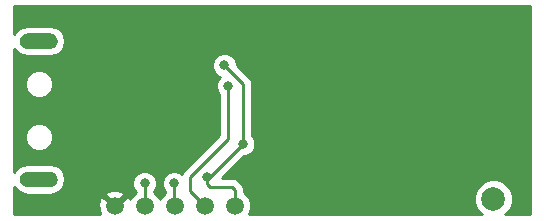
<source format=gbr>
G04 #@! TF.GenerationSoftware,KiCad,Pcbnew,(6.0.0-rc1-dev-479-g831c9b6f6-dirty)*
G04 #@! TF.CreationDate,2018-09-12T23:56:38+02:00*
G04 #@! TF.ProjectId,RapTorS,526170546F72532E6B696361645F7063,rev?*
G04 #@! TF.SameCoordinates,Original*
G04 #@! TF.FileFunction,Copper,L2,Bot,Signal*
G04 #@! TF.FilePolarity,Positive*
%FSLAX46Y46*%
G04 Gerber Fmt 4.6, Leading zero omitted, Abs format (unit mm)*
G04 Created by KiCad (PCBNEW (6.0.0-rc1-dev-479-g831c9b6f6-dirty)) date 2018 September 12, Wednesday 23:56:38*
%MOMM*%
%LPD*%
G01*
G04 APERTURE LIST*
G04 #@! TA.AperFunction,BGAPad,CuDef*
%ADD10C,1.500000*%
G04 #@! TD*
G04 #@! TA.AperFunction,ComponentPad*
%ADD11C,2.000000*%
G04 #@! TD*
G04 #@! TA.AperFunction,Conductor*
%ADD12C,0.100000*%
G04 #@! TD*
G04 #@! TA.AperFunction,ComponentPad*
%ADD13C,1.300000*%
G04 #@! TD*
G04 #@! TA.AperFunction,ViaPad*
%ADD14C,0.800000*%
G04 #@! TD*
G04 #@! TA.AperFunction,Conductor*
%ADD15C,0.250000*%
G04 #@! TD*
G04 #@! TA.AperFunction,Conductor*
%ADD16C,0.254000*%
G04 #@! TD*
G04 APERTURE END LIST*
D10*
G04 #@! TO.P,J6,1*
G04 #@! TO.N,SWCLK*
X150489200Y-108771400D03*
G04 #@! TD*
G04 #@! TO.P,J5,1*
G04 #@! TO.N,SWDIO*
X153029200Y-108771400D03*
G04 #@! TD*
G04 #@! TO.P,J4,1*
G04 #@! TO.N,GND*
X147949200Y-108771400D03*
G04 #@! TD*
G04 #@! TO.P,J3,1*
G04 #@! TO.N,+3V3*
X158109200Y-108771400D03*
G04 #@! TD*
G04 #@! TO.P,J2,1*
G04 #@! TO.N,~RESET*
X155569200Y-108771400D03*
G04 #@! TD*
D11*
G04 #@! TO.P,ANT1,1*
G04 #@! TO.N,Net-(ANT1-Pad1)*
X180009800Y-108153200D03*
G04 #@! TD*
D12*
G04 #@! TO.N,Net-(J1-Pad5)*
G04 #@! TO.C,J1*
G36*
X142523911Y-105863729D02*
X142587009Y-105873089D01*
X142648885Y-105888588D01*
X142708944Y-105910077D01*
X142766608Y-105937350D01*
X142821321Y-105970144D01*
X142872556Y-106008142D01*
X142919819Y-106050980D01*
X142962657Y-106098243D01*
X143000655Y-106149478D01*
X143033449Y-106204191D01*
X143060722Y-106261855D01*
X143082211Y-106321914D01*
X143097710Y-106383790D01*
X143107070Y-106446888D01*
X143110200Y-106510599D01*
X143110200Y-106510601D01*
X143107070Y-106574312D01*
X143097710Y-106637410D01*
X143082211Y-106699286D01*
X143060722Y-106759345D01*
X143033449Y-106817009D01*
X143000655Y-106871722D01*
X142962657Y-106922957D01*
X142919819Y-106970220D01*
X142872556Y-107013058D01*
X142821321Y-107051056D01*
X142766608Y-107083850D01*
X142708944Y-107111123D01*
X142648885Y-107132612D01*
X142587009Y-107148111D01*
X142523911Y-107157471D01*
X142460200Y-107160601D01*
X140560200Y-107160601D01*
X140496489Y-107157471D01*
X140433391Y-107148111D01*
X140371515Y-107132612D01*
X140311456Y-107111123D01*
X140253792Y-107083850D01*
X140199079Y-107051056D01*
X140147844Y-107013058D01*
X140100581Y-106970220D01*
X140057743Y-106922957D01*
X140019745Y-106871722D01*
X139986951Y-106817009D01*
X139959678Y-106759345D01*
X139938189Y-106699286D01*
X139922690Y-106637410D01*
X139913330Y-106574312D01*
X139910200Y-106510601D01*
X139910200Y-106510599D01*
X139913330Y-106446888D01*
X139922690Y-106383790D01*
X139938189Y-106321914D01*
X139959678Y-106261855D01*
X139986951Y-106204191D01*
X140019745Y-106149478D01*
X140057743Y-106098243D01*
X140100581Y-106050980D01*
X140147844Y-106008142D01*
X140199079Y-105970144D01*
X140253792Y-105937350D01*
X140311456Y-105910077D01*
X140371515Y-105888588D01*
X140433391Y-105873089D01*
X140496489Y-105863729D01*
X140560200Y-105860599D01*
X142460200Y-105860599D01*
X142523911Y-105863729D01*
X142523911Y-105863729D01*
G37*
D13*
G04 #@! TD*
G04 #@! TO.P,J1,5*
G04 #@! TO.N,Net-(J1-Pad5)*
X141510200Y-106510600D03*
D12*
G04 #@! TO.N,Net-(J1-Pad5)*
G04 #@! TO.C,J1*
G36*
X142523911Y-94163729D02*
X142587009Y-94173089D01*
X142648885Y-94188588D01*
X142708944Y-94210077D01*
X142766608Y-94237350D01*
X142821321Y-94270144D01*
X142872556Y-94308142D01*
X142919819Y-94350980D01*
X142962657Y-94398243D01*
X143000655Y-94449478D01*
X143033449Y-94504191D01*
X143060722Y-94561855D01*
X143082211Y-94621914D01*
X143097710Y-94683790D01*
X143107070Y-94746888D01*
X143110200Y-94810599D01*
X143110200Y-94810601D01*
X143107070Y-94874312D01*
X143097710Y-94937410D01*
X143082211Y-94999286D01*
X143060722Y-95059345D01*
X143033449Y-95117009D01*
X143000655Y-95171722D01*
X142962657Y-95222957D01*
X142919819Y-95270220D01*
X142872556Y-95313058D01*
X142821321Y-95351056D01*
X142766608Y-95383850D01*
X142708944Y-95411123D01*
X142648885Y-95432612D01*
X142587009Y-95448111D01*
X142523911Y-95457471D01*
X142460200Y-95460601D01*
X140560200Y-95460601D01*
X140496489Y-95457471D01*
X140433391Y-95448111D01*
X140371515Y-95432612D01*
X140311456Y-95411123D01*
X140253792Y-95383850D01*
X140199079Y-95351056D01*
X140147844Y-95313058D01*
X140100581Y-95270220D01*
X140057743Y-95222957D01*
X140019745Y-95171722D01*
X139986951Y-95117009D01*
X139959678Y-95059345D01*
X139938189Y-94999286D01*
X139922690Y-94937410D01*
X139913330Y-94874312D01*
X139910200Y-94810601D01*
X139910200Y-94810599D01*
X139913330Y-94746888D01*
X139922690Y-94683790D01*
X139938189Y-94621914D01*
X139959678Y-94561855D01*
X139986951Y-94504191D01*
X140019745Y-94449478D01*
X140057743Y-94398243D01*
X140100581Y-94350980D01*
X140147844Y-94308142D01*
X140199079Y-94270144D01*
X140253792Y-94237350D01*
X140311456Y-94210077D01*
X140371515Y-94188588D01*
X140433391Y-94173089D01*
X140496489Y-94163729D01*
X140560200Y-94160599D01*
X142460200Y-94160599D01*
X142523911Y-94163729D01*
X142523911Y-94163729D01*
G37*
D13*
G04 #@! TD*
G04 #@! TO.P,J1,5*
G04 #@! TO.N,Net-(J1-Pad5)*
X141510200Y-94810600D03*
D14*
G04 #@! TO.N,+3V3*
X158826200Y-103505000D03*
X155778200Y-106349800D03*
X157226000Y-96850200D03*
G04 #@! TO.N,GND*
X154482800Y-100457000D03*
X154533600Y-101727000D03*
X153289000Y-101701600D03*
X153289000Y-100482400D03*
X160959800Y-101244400D03*
X146913600Y-101015800D03*
X147929600Y-97129600D03*
X149402800Y-92557600D03*
X147624800Y-92659200D03*
X150215600Y-96037400D03*
X157810200Y-95453200D03*
X165100000Y-104216200D03*
X179730400Y-96977200D03*
X179755800Y-100076000D03*
X182422800Y-103759000D03*
X182346600Y-106730800D03*
X177012600Y-108432600D03*
X172389800Y-108559600D03*
X167792400Y-108559600D03*
X163296600Y-108610400D03*
X144703800Y-108508800D03*
X147878800Y-106172000D03*
X163093400Y-92887800D03*
X170611800Y-92887800D03*
X179908200Y-92811600D03*
X170611800Y-97790000D03*
X170611800Y-104165400D03*
X143916400Y-92710000D03*
G04 #@! TO.N,~RESET*
X157556200Y-98577400D03*
G04 #@! TO.N,SWCLK*
X150469600Y-106857800D03*
G04 #@! TO.N,SWDIO*
X152958800Y-106857800D03*
G04 #@! TD*
D15*
G04 #@! TO.N,+3V3*
X158826200Y-98755200D02*
X158826200Y-103505000D01*
X155981400Y-106349800D02*
X155778200Y-106349800D01*
X158826200Y-103505000D02*
X155981400Y-106349800D01*
X158109200Y-107391200D02*
X158109200Y-108771400D01*
X157855200Y-107137200D02*
X158109200Y-107391200D01*
X155999915Y-107137200D02*
X157855200Y-107137200D01*
X155778200Y-106915485D02*
X155999915Y-107137200D01*
X155778200Y-106349800D02*
X155778200Y-106915485D01*
X158826200Y-98450400D02*
X158826200Y-98755200D01*
X157226000Y-96850200D02*
X158826200Y-98450400D01*
G04 #@! TO.N,~RESET*
X154330400Y-106299000D02*
X154330400Y-107532600D01*
X154330400Y-107532600D02*
X155569200Y-108771400D01*
X157556200Y-103073200D02*
X154330400Y-106299000D01*
X157556200Y-98577400D02*
X157556200Y-103073200D01*
G04 #@! TO.N,SWCLK*
X150469600Y-108751800D02*
X150489200Y-108771400D01*
X150469600Y-106857800D02*
X150469600Y-108751800D01*
G04 #@! TO.N,SWDIO*
X152679400Y-108421600D02*
X153029200Y-108771400D01*
X152958800Y-108701000D02*
X153029200Y-108771400D01*
X152958800Y-106857800D02*
X152958800Y-108701000D01*
G04 #@! TD*
D16*
G04 #@! TO.N,GND*
G36*
X183065201Y-109465600D02*
X181009639Y-109465600D01*
X181395886Y-109079353D01*
X181644800Y-108478422D01*
X181644800Y-107827978D01*
X181395886Y-107227047D01*
X180935953Y-106767114D01*
X180335022Y-106518200D01*
X179684578Y-106518200D01*
X179083647Y-106767114D01*
X178623714Y-107227047D01*
X178374800Y-107827978D01*
X178374800Y-108478422D01*
X178623714Y-109079353D01*
X179009961Y-109465600D01*
X159320767Y-109465600D01*
X159494200Y-109046894D01*
X159494200Y-108495906D01*
X159283347Y-107986860D01*
X158893740Y-107597253D01*
X158869200Y-107587088D01*
X158869200Y-107466046D01*
X158884088Y-107391199D01*
X158869200Y-107316352D01*
X158869200Y-107316348D01*
X158825104Y-107094663D01*
X158657129Y-106843271D01*
X158593670Y-106800869D01*
X158445531Y-106652730D01*
X158403129Y-106589271D01*
X158151737Y-106421296D01*
X157930052Y-106377200D01*
X157930047Y-106377200D01*
X157855200Y-106362312D01*
X157780353Y-106377200D01*
X157028801Y-106377200D01*
X158866002Y-104540000D01*
X159032074Y-104540000D01*
X159412480Y-104382431D01*
X159703631Y-104091280D01*
X159861200Y-103710874D01*
X159861200Y-103299126D01*
X159703631Y-102918720D01*
X159586200Y-102801289D01*
X159586200Y-98525248D01*
X159601088Y-98450400D01*
X159586200Y-98375552D01*
X159586200Y-98375548D01*
X159542104Y-98153863D01*
X159374129Y-97902471D01*
X159310673Y-97860071D01*
X158261000Y-96810399D01*
X158261000Y-96644326D01*
X158103431Y-96263920D01*
X157812280Y-95972769D01*
X157431874Y-95815200D01*
X157020126Y-95815200D01*
X156639720Y-95972769D01*
X156348569Y-96263920D01*
X156191000Y-96644326D01*
X156191000Y-97056074D01*
X156348569Y-97436480D01*
X156639720Y-97727631D01*
X156853647Y-97816242D01*
X156678769Y-97991120D01*
X156521200Y-98371526D01*
X156521200Y-98783274D01*
X156678769Y-99163680D01*
X156796200Y-99281111D01*
X156796201Y-102758397D01*
X153845930Y-105708669D01*
X153782471Y-105751071D01*
X153614496Y-106002464D01*
X153606645Y-106041934D01*
X153545080Y-105980369D01*
X153164674Y-105822800D01*
X152752926Y-105822800D01*
X152372520Y-105980369D01*
X152081369Y-106271520D01*
X151923800Y-106651926D01*
X151923800Y-107063674D01*
X152081369Y-107444080D01*
X152198800Y-107561511D01*
X152198800Y-107643113D01*
X151855053Y-107986860D01*
X151759200Y-108218270D01*
X151663347Y-107986860D01*
X151273740Y-107597253D01*
X151229600Y-107578970D01*
X151229600Y-107561511D01*
X151347031Y-107444080D01*
X151504600Y-107063674D01*
X151504600Y-106651926D01*
X151347031Y-106271520D01*
X151055880Y-105980369D01*
X150675474Y-105822800D01*
X150263726Y-105822800D01*
X149883320Y-105980369D01*
X149592169Y-106271520D01*
X149434600Y-106651926D01*
X149434600Y-107063674D01*
X149592169Y-107444080D01*
X149709600Y-107561511D01*
X149709600Y-107595207D01*
X149704660Y-107597253D01*
X149315053Y-107986860D01*
X149225803Y-108202330D01*
X149161660Y-108047477D01*
X148920717Y-107979488D01*
X148128805Y-108771400D01*
X148142948Y-108785543D01*
X147963343Y-108965148D01*
X147949200Y-108951005D01*
X147935058Y-108965148D01*
X147755453Y-108785543D01*
X147769595Y-108771400D01*
X146977683Y-107979488D01*
X146736740Y-108047477D01*
X146551999Y-108566571D01*
X146579970Y-109116848D01*
X146724428Y-109465600D01*
X139455200Y-109465600D01*
X139455200Y-107147309D01*
X139642771Y-107428030D01*
X140063691Y-107709279D01*
X140560200Y-107808041D01*
X142460200Y-107808041D01*
X142501212Y-107799883D01*
X147157288Y-107799883D01*
X147949200Y-108591795D01*
X148741112Y-107799883D01*
X148673123Y-107558940D01*
X148154029Y-107374199D01*
X147603752Y-107402170D01*
X147225277Y-107558940D01*
X147157288Y-107799883D01*
X142501212Y-107799883D01*
X142956709Y-107709279D01*
X143377629Y-107428030D01*
X143658878Y-107007110D01*
X143757640Y-106510601D01*
X143757640Y-106510599D01*
X143658878Y-106014090D01*
X143377629Y-105593170D01*
X142956709Y-105311921D01*
X142460200Y-105213159D01*
X140560200Y-105213159D01*
X140063691Y-105311921D01*
X139642771Y-105593170D01*
X139455200Y-105873891D01*
X139455200Y-102674889D01*
X140325200Y-102674889D01*
X140325200Y-103146311D01*
X140505605Y-103581849D01*
X140838951Y-103915195D01*
X141274489Y-104095600D01*
X141745911Y-104095600D01*
X142181449Y-103915195D01*
X142514795Y-103581849D01*
X142695200Y-103146311D01*
X142695200Y-102674889D01*
X142514795Y-102239351D01*
X142181449Y-101906005D01*
X141745911Y-101725600D01*
X141274489Y-101725600D01*
X140838951Y-101906005D01*
X140505605Y-102239351D01*
X140325200Y-102674889D01*
X139455200Y-102674889D01*
X139455200Y-98174889D01*
X140325200Y-98174889D01*
X140325200Y-98646311D01*
X140505605Y-99081849D01*
X140838951Y-99415195D01*
X141274489Y-99595600D01*
X141745911Y-99595600D01*
X142181449Y-99415195D01*
X142514795Y-99081849D01*
X142695200Y-98646311D01*
X142695200Y-98174889D01*
X142514795Y-97739351D01*
X142181449Y-97406005D01*
X141745911Y-97225600D01*
X141274489Y-97225600D01*
X140838951Y-97406005D01*
X140505605Y-97739351D01*
X140325200Y-98174889D01*
X139455200Y-98174889D01*
X139455200Y-95447309D01*
X139642771Y-95728030D01*
X140063691Y-96009279D01*
X140560200Y-96108041D01*
X142460200Y-96108041D01*
X142956709Y-96009279D01*
X143377629Y-95728030D01*
X143658878Y-95307110D01*
X143757640Y-94810601D01*
X143757640Y-94810599D01*
X143658878Y-94314090D01*
X143377629Y-93893170D01*
X142956709Y-93611921D01*
X142460200Y-93513159D01*
X140560200Y-93513159D01*
X140063691Y-93611921D01*
X139642771Y-93893170D01*
X139455200Y-94173891D01*
X139455200Y-91855600D01*
X183065200Y-91855600D01*
X183065201Y-109465600D01*
X183065201Y-109465600D01*
G37*
X183065201Y-109465600D02*
X181009639Y-109465600D01*
X181395886Y-109079353D01*
X181644800Y-108478422D01*
X181644800Y-107827978D01*
X181395886Y-107227047D01*
X180935953Y-106767114D01*
X180335022Y-106518200D01*
X179684578Y-106518200D01*
X179083647Y-106767114D01*
X178623714Y-107227047D01*
X178374800Y-107827978D01*
X178374800Y-108478422D01*
X178623714Y-109079353D01*
X179009961Y-109465600D01*
X159320767Y-109465600D01*
X159494200Y-109046894D01*
X159494200Y-108495906D01*
X159283347Y-107986860D01*
X158893740Y-107597253D01*
X158869200Y-107587088D01*
X158869200Y-107466046D01*
X158884088Y-107391199D01*
X158869200Y-107316352D01*
X158869200Y-107316348D01*
X158825104Y-107094663D01*
X158657129Y-106843271D01*
X158593670Y-106800869D01*
X158445531Y-106652730D01*
X158403129Y-106589271D01*
X158151737Y-106421296D01*
X157930052Y-106377200D01*
X157930047Y-106377200D01*
X157855200Y-106362312D01*
X157780353Y-106377200D01*
X157028801Y-106377200D01*
X158866002Y-104540000D01*
X159032074Y-104540000D01*
X159412480Y-104382431D01*
X159703631Y-104091280D01*
X159861200Y-103710874D01*
X159861200Y-103299126D01*
X159703631Y-102918720D01*
X159586200Y-102801289D01*
X159586200Y-98525248D01*
X159601088Y-98450400D01*
X159586200Y-98375552D01*
X159586200Y-98375548D01*
X159542104Y-98153863D01*
X159374129Y-97902471D01*
X159310673Y-97860071D01*
X158261000Y-96810399D01*
X158261000Y-96644326D01*
X158103431Y-96263920D01*
X157812280Y-95972769D01*
X157431874Y-95815200D01*
X157020126Y-95815200D01*
X156639720Y-95972769D01*
X156348569Y-96263920D01*
X156191000Y-96644326D01*
X156191000Y-97056074D01*
X156348569Y-97436480D01*
X156639720Y-97727631D01*
X156853647Y-97816242D01*
X156678769Y-97991120D01*
X156521200Y-98371526D01*
X156521200Y-98783274D01*
X156678769Y-99163680D01*
X156796200Y-99281111D01*
X156796201Y-102758397D01*
X153845930Y-105708669D01*
X153782471Y-105751071D01*
X153614496Y-106002464D01*
X153606645Y-106041934D01*
X153545080Y-105980369D01*
X153164674Y-105822800D01*
X152752926Y-105822800D01*
X152372520Y-105980369D01*
X152081369Y-106271520D01*
X151923800Y-106651926D01*
X151923800Y-107063674D01*
X152081369Y-107444080D01*
X152198800Y-107561511D01*
X152198800Y-107643113D01*
X151855053Y-107986860D01*
X151759200Y-108218270D01*
X151663347Y-107986860D01*
X151273740Y-107597253D01*
X151229600Y-107578970D01*
X151229600Y-107561511D01*
X151347031Y-107444080D01*
X151504600Y-107063674D01*
X151504600Y-106651926D01*
X151347031Y-106271520D01*
X151055880Y-105980369D01*
X150675474Y-105822800D01*
X150263726Y-105822800D01*
X149883320Y-105980369D01*
X149592169Y-106271520D01*
X149434600Y-106651926D01*
X149434600Y-107063674D01*
X149592169Y-107444080D01*
X149709600Y-107561511D01*
X149709600Y-107595207D01*
X149704660Y-107597253D01*
X149315053Y-107986860D01*
X149225803Y-108202330D01*
X149161660Y-108047477D01*
X148920717Y-107979488D01*
X148128805Y-108771400D01*
X148142948Y-108785543D01*
X147963343Y-108965148D01*
X147949200Y-108951005D01*
X147935058Y-108965148D01*
X147755453Y-108785543D01*
X147769595Y-108771400D01*
X146977683Y-107979488D01*
X146736740Y-108047477D01*
X146551999Y-108566571D01*
X146579970Y-109116848D01*
X146724428Y-109465600D01*
X139455200Y-109465600D01*
X139455200Y-107147309D01*
X139642771Y-107428030D01*
X140063691Y-107709279D01*
X140560200Y-107808041D01*
X142460200Y-107808041D01*
X142501212Y-107799883D01*
X147157288Y-107799883D01*
X147949200Y-108591795D01*
X148741112Y-107799883D01*
X148673123Y-107558940D01*
X148154029Y-107374199D01*
X147603752Y-107402170D01*
X147225277Y-107558940D01*
X147157288Y-107799883D01*
X142501212Y-107799883D01*
X142956709Y-107709279D01*
X143377629Y-107428030D01*
X143658878Y-107007110D01*
X143757640Y-106510601D01*
X143757640Y-106510599D01*
X143658878Y-106014090D01*
X143377629Y-105593170D01*
X142956709Y-105311921D01*
X142460200Y-105213159D01*
X140560200Y-105213159D01*
X140063691Y-105311921D01*
X139642771Y-105593170D01*
X139455200Y-105873891D01*
X139455200Y-102674889D01*
X140325200Y-102674889D01*
X140325200Y-103146311D01*
X140505605Y-103581849D01*
X140838951Y-103915195D01*
X141274489Y-104095600D01*
X141745911Y-104095600D01*
X142181449Y-103915195D01*
X142514795Y-103581849D01*
X142695200Y-103146311D01*
X142695200Y-102674889D01*
X142514795Y-102239351D01*
X142181449Y-101906005D01*
X141745911Y-101725600D01*
X141274489Y-101725600D01*
X140838951Y-101906005D01*
X140505605Y-102239351D01*
X140325200Y-102674889D01*
X139455200Y-102674889D01*
X139455200Y-98174889D01*
X140325200Y-98174889D01*
X140325200Y-98646311D01*
X140505605Y-99081849D01*
X140838951Y-99415195D01*
X141274489Y-99595600D01*
X141745911Y-99595600D01*
X142181449Y-99415195D01*
X142514795Y-99081849D01*
X142695200Y-98646311D01*
X142695200Y-98174889D01*
X142514795Y-97739351D01*
X142181449Y-97406005D01*
X141745911Y-97225600D01*
X141274489Y-97225600D01*
X140838951Y-97406005D01*
X140505605Y-97739351D01*
X140325200Y-98174889D01*
X139455200Y-98174889D01*
X139455200Y-95447309D01*
X139642771Y-95728030D01*
X140063691Y-96009279D01*
X140560200Y-96108041D01*
X142460200Y-96108041D01*
X142956709Y-96009279D01*
X143377629Y-95728030D01*
X143658878Y-95307110D01*
X143757640Y-94810601D01*
X143757640Y-94810599D01*
X143658878Y-94314090D01*
X143377629Y-93893170D01*
X142956709Y-93611921D01*
X142460200Y-93513159D01*
X140560200Y-93513159D01*
X140063691Y-93611921D01*
X139642771Y-93893170D01*
X139455200Y-94173891D01*
X139455200Y-91855600D01*
X183065200Y-91855600D01*
X183065201Y-109465600D01*
G04 #@! TD*
M02*

</source>
